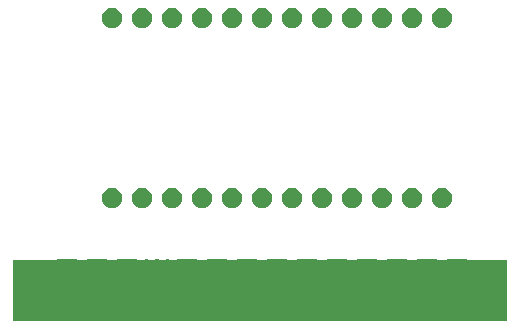
<source format=gbr>
G04 #@! TF.GenerationSoftware,KiCad,Pcbnew,(5.1.2-1)-1*
G04 #@! TF.CreationDate,2021-01-20T21:53:46-08:00*
G04 #@! TF.ProjectId,cart,63617274-2e6b-4696-9361-645f70636258,rev?*
G04 #@! TF.SameCoordinates,Original*
G04 #@! TF.FileFunction,Soldermask,Top*
G04 #@! TF.FilePolarity,Negative*
%FSLAX46Y46*%
G04 Gerber Fmt 4.6, Leading zero omitted, Abs format (unit mm)*
G04 Created by KiCad (PCBNEW (5.1.2-1)-1) date 2021-01-20 21:53:46*
%MOMM*%
%LPD*%
G04 APERTURE LIST*
%ADD10C,0.100000*%
G04 APERTURE END LIST*
D10*
G36*
X160401000Y-129667000D02*
G01*
X118618000Y-129667000D01*
X118618000Y-124650500D01*
X160401000Y-124650500D01*
X160401000Y-129667000D01*
G37*
X160401000Y-129667000D02*
X118618000Y-129667000D01*
X118618000Y-124650500D01*
X160401000Y-124650500D01*
X160401000Y-129667000D01*
G36*
X157060800Y-128669800D02*
G01*
X155359200Y-128669800D01*
X155359200Y-124568200D01*
X157060800Y-124568200D01*
X157060800Y-128669800D01*
X157060800Y-128669800D01*
G37*
G36*
X154520800Y-128669800D02*
G01*
X152819200Y-128669800D01*
X152819200Y-124568200D01*
X154520800Y-124568200D01*
X154520800Y-128669800D01*
X154520800Y-128669800D01*
G37*
G36*
X151980800Y-128669800D02*
G01*
X150279200Y-128669800D01*
X150279200Y-124568200D01*
X151980800Y-124568200D01*
X151980800Y-128669800D01*
X151980800Y-128669800D01*
G37*
G36*
X149440800Y-128669800D02*
G01*
X147739200Y-128669800D01*
X147739200Y-124568200D01*
X149440800Y-124568200D01*
X149440800Y-128669800D01*
X149440800Y-128669800D01*
G37*
G36*
X146900800Y-128669800D02*
G01*
X145199200Y-128669800D01*
X145199200Y-124568200D01*
X146900800Y-124568200D01*
X146900800Y-128669800D01*
X146900800Y-128669800D01*
G37*
G36*
X144360800Y-128669800D02*
G01*
X142659200Y-128669800D01*
X142659200Y-124568200D01*
X144360800Y-124568200D01*
X144360800Y-128669800D01*
X144360800Y-128669800D01*
G37*
G36*
X141820800Y-128669800D02*
G01*
X140119200Y-128669800D01*
X140119200Y-124568200D01*
X141820800Y-124568200D01*
X141820800Y-128669800D01*
X141820800Y-128669800D01*
G37*
G36*
X139280800Y-128669800D02*
G01*
X137579200Y-128669800D01*
X137579200Y-124568200D01*
X139280800Y-124568200D01*
X139280800Y-128669800D01*
X139280800Y-128669800D01*
G37*
G36*
X136740800Y-128669800D02*
G01*
X135039200Y-128669800D01*
X135039200Y-124568200D01*
X136740800Y-124568200D01*
X136740800Y-128669800D01*
X136740800Y-128669800D01*
G37*
G36*
X134200800Y-128669800D02*
G01*
X132499200Y-128669800D01*
X132499200Y-124568200D01*
X134200800Y-124568200D01*
X134200800Y-128669800D01*
X134200800Y-128669800D01*
G37*
G36*
X129120800Y-128669800D02*
G01*
X127419200Y-128669800D01*
X127419200Y-124568200D01*
X129120800Y-124568200D01*
X129120800Y-128669800D01*
X129120800Y-128669800D01*
G37*
G36*
X126580800Y-128669800D02*
G01*
X124879200Y-128669800D01*
X124879200Y-124568200D01*
X126580800Y-124568200D01*
X126580800Y-128669800D01*
X126580800Y-128669800D01*
G37*
G36*
X124040800Y-128669800D02*
G01*
X122339200Y-128669800D01*
X122339200Y-124568200D01*
X124040800Y-124568200D01*
X124040800Y-128669800D01*
X124040800Y-128669800D01*
G37*
G36*
X131768278Y-124544009D02*
G01*
X131787907Y-124547913D01*
X131815642Y-124559402D01*
X131843378Y-124570890D01*
X131892963Y-124604022D01*
X131893299Y-124604246D01*
X131935754Y-124646701D01*
X131935756Y-124646704D01*
X131969110Y-124696622D01*
X131992087Y-124752094D01*
X132003800Y-124810978D01*
X132003800Y-124871022D01*
X131992087Y-124929906D01*
X131969110Y-124985378D01*
X131935978Y-125034963D01*
X131935754Y-125035299D01*
X131893299Y-125077754D01*
X131893296Y-125077756D01*
X131843378Y-125111110D01*
X131815642Y-125122599D01*
X131787907Y-125134087D01*
X131768278Y-125137991D01*
X131729022Y-125145800D01*
X131668978Y-125145800D01*
X131629722Y-125137991D01*
X131610093Y-125134087D01*
X131582358Y-125122599D01*
X131554622Y-125111110D01*
X131504704Y-125077756D01*
X131504701Y-125077754D01*
X131462246Y-125035299D01*
X131462022Y-125034963D01*
X131428890Y-124985378D01*
X131405913Y-124929906D01*
X131394200Y-124871022D01*
X131394200Y-124810978D01*
X131405913Y-124752094D01*
X131428890Y-124696622D01*
X131462244Y-124646704D01*
X131462246Y-124646701D01*
X131504701Y-124604246D01*
X131505037Y-124604022D01*
X131554622Y-124570890D01*
X131582358Y-124559402D01*
X131610093Y-124547913D01*
X131629722Y-124544009D01*
X131668978Y-124536200D01*
X131729022Y-124536200D01*
X131768278Y-124544009D01*
X131768278Y-124544009D01*
G37*
G36*
X129990278Y-124544009D02*
G01*
X130009907Y-124547913D01*
X130037642Y-124559402D01*
X130065378Y-124570890D01*
X130114963Y-124604022D01*
X130115299Y-124604246D01*
X130157754Y-124646701D01*
X130157756Y-124646704D01*
X130191110Y-124696622D01*
X130214087Y-124752094D01*
X130225800Y-124810978D01*
X130225800Y-124871022D01*
X130214087Y-124929906D01*
X130191110Y-124985378D01*
X130157978Y-125034963D01*
X130157754Y-125035299D01*
X130115299Y-125077754D01*
X130115296Y-125077756D01*
X130065378Y-125111110D01*
X130037642Y-125122599D01*
X130009907Y-125134087D01*
X129990278Y-125137991D01*
X129951022Y-125145800D01*
X129890978Y-125145800D01*
X129851722Y-125137991D01*
X129832093Y-125134087D01*
X129804358Y-125122599D01*
X129776622Y-125111110D01*
X129726704Y-125077756D01*
X129726701Y-125077754D01*
X129684246Y-125035299D01*
X129684022Y-125034963D01*
X129650890Y-124985378D01*
X129627913Y-124929906D01*
X129616200Y-124871022D01*
X129616200Y-124810978D01*
X129627913Y-124752094D01*
X129650890Y-124696622D01*
X129684244Y-124646704D01*
X129684246Y-124646701D01*
X129726701Y-124604246D01*
X129727037Y-124604022D01*
X129776622Y-124570890D01*
X129804358Y-124559402D01*
X129832093Y-124547913D01*
X129851722Y-124544009D01*
X129890978Y-124536200D01*
X129951022Y-124536200D01*
X129990278Y-124544009D01*
X129990278Y-124544009D01*
G37*
G36*
X130879278Y-124544009D02*
G01*
X130898907Y-124547913D01*
X130926642Y-124559402D01*
X130954378Y-124570890D01*
X131003963Y-124604022D01*
X131004299Y-124604246D01*
X131046754Y-124646701D01*
X131046756Y-124646704D01*
X131080110Y-124696622D01*
X131103087Y-124752094D01*
X131114800Y-124810978D01*
X131114800Y-124871022D01*
X131103087Y-124929906D01*
X131080110Y-124985378D01*
X131046978Y-125034963D01*
X131046754Y-125035299D01*
X131004299Y-125077754D01*
X131004296Y-125077756D01*
X130954378Y-125111110D01*
X130926642Y-125122599D01*
X130898907Y-125134087D01*
X130879278Y-125137991D01*
X130840022Y-125145800D01*
X130779978Y-125145800D01*
X130740722Y-125137991D01*
X130721093Y-125134087D01*
X130693358Y-125122599D01*
X130665622Y-125111110D01*
X130615704Y-125077756D01*
X130615701Y-125077754D01*
X130573246Y-125035299D01*
X130573022Y-125034963D01*
X130539890Y-124985378D01*
X130516913Y-124929906D01*
X130505200Y-124871022D01*
X130505200Y-124810978D01*
X130516913Y-124752094D01*
X130539890Y-124696622D01*
X130573244Y-124646704D01*
X130573246Y-124646701D01*
X130615701Y-124604246D01*
X130616037Y-124604022D01*
X130665622Y-124570890D01*
X130693358Y-124559402D01*
X130721093Y-124547913D01*
X130740722Y-124544009D01*
X130779978Y-124536200D01*
X130840022Y-124536200D01*
X130879278Y-124544009D01*
X130879278Y-124544009D01*
G37*
G36*
X127248169Y-118561895D02*
G01*
X127403005Y-118626031D01*
X127542354Y-118719140D01*
X127660860Y-118837646D01*
X127753969Y-118976995D01*
X127818105Y-119131831D01*
X127850800Y-119296203D01*
X127850800Y-119463797D01*
X127818105Y-119628169D01*
X127753969Y-119783005D01*
X127660860Y-119922354D01*
X127542354Y-120040860D01*
X127403005Y-120133969D01*
X127248169Y-120198105D01*
X127083797Y-120230800D01*
X126916203Y-120230800D01*
X126751831Y-120198105D01*
X126596995Y-120133969D01*
X126457646Y-120040860D01*
X126339140Y-119922354D01*
X126246031Y-119783005D01*
X126181895Y-119628169D01*
X126149200Y-119463797D01*
X126149200Y-119296203D01*
X126181895Y-119131831D01*
X126246031Y-118976995D01*
X126339140Y-118837646D01*
X126457646Y-118719140D01*
X126596995Y-118626031D01*
X126751831Y-118561895D01*
X126916203Y-118529200D01*
X127083797Y-118529200D01*
X127248169Y-118561895D01*
X127248169Y-118561895D01*
G37*
G36*
X129788169Y-118561895D02*
G01*
X129943005Y-118626031D01*
X130082354Y-118719140D01*
X130200860Y-118837646D01*
X130293969Y-118976995D01*
X130358105Y-119131831D01*
X130390800Y-119296203D01*
X130390800Y-119463797D01*
X130358105Y-119628169D01*
X130293969Y-119783005D01*
X130200860Y-119922354D01*
X130082354Y-120040860D01*
X129943005Y-120133969D01*
X129788169Y-120198105D01*
X129623797Y-120230800D01*
X129456203Y-120230800D01*
X129291831Y-120198105D01*
X129136995Y-120133969D01*
X128997646Y-120040860D01*
X128879140Y-119922354D01*
X128786031Y-119783005D01*
X128721895Y-119628169D01*
X128689200Y-119463797D01*
X128689200Y-119296203D01*
X128721895Y-119131831D01*
X128786031Y-118976995D01*
X128879140Y-118837646D01*
X128997646Y-118719140D01*
X129136995Y-118626031D01*
X129291831Y-118561895D01*
X129456203Y-118529200D01*
X129623797Y-118529200D01*
X129788169Y-118561895D01*
X129788169Y-118561895D01*
G37*
G36*
X132328169Y-118561895D02*
G01*
X132483005Y-118626031D01*
X132622354Y-118719140D01*
X132740860Y-118837646D01*
X132833969Y-118976995D01*
X132898105Y-119131831D01*
X132930800Y-119296203D01*
X132930800Y-119463797D01*
X132898105Y-119628169D01*
X132833969Y-119783005D01*
X132740860Y-119922354D01*
X132622354Y-120040860D01*
X132483005Y-120133969D01*
X132328169Y-120198105D01*
X132163797Y-120230800D01*
X131996203Y-120230800D01*
X131831831Y-120198105D01*
X131676995Y-120133969D01*
X131537646Y-120040860D01*
X131419140Y-119922354D01*
X131326031Y-119783005D01*
X131261895Y-119628169D01*
X131229200Y-119463797D01*
X131229200Y-119296203D01*
X131261895Y-119131831D01*
X131326031Y-118976995D01*
X131419140Y-118837646D01*
X131537646Y-118719140D01*
X131676995Y-118626031D01*
X131831831Y-118561895D01*
X131996203Y-118529200D01*
X132163797Y-118529200D01*
X132328169Y-118561895D01*
X132328169Y-118561895D01*
G37*
G36*
X134868169Y-118561895D02*
G01*
X135023005Y-118626031D01*
X135162354Y-118719140D01*
X135280860Y-118837646D01*
X135373969Y-118976995D01*
X135438105Y-119131831D01*
X135470800Y-119296203D01*
X135470800Y-119463797D01*
X135438105Y-119628169D01*
X135373969Y-119783005D01*
X135280860Y-119922354D01*
X135162354Y-120040860D01*
X135023005Y-120133969D01*
X134868169Y-120198105D01*
X134703797Y-120230800D01*
X134536203Y-120230800D01*
X134371831Y-120198105D01*
X134216995Y-120133969D01*
X134077646Y-120040860D01*
X133959140Y-119922354D01*
X133866031Y-119783005D01*
X133801895Y-119628169D01*
X133769200Y-119463797D01*
X133769200Y-119296203D01*
X133801895Y-119131831D01*
X133866031Y-118976995D01*
X133959140Y-118837646D01*
X134077646Y-118719140D01*
X134216995Y-118626031D01*
X134371831Y-118561895D01*
X134536203Y-118529200D01*
X134703797Y-118529200D01*
X134868169Y-118561895D01*
X134868169Y-118561895D01*
G37*
G36*
X137408169Y-118561895D02*
G01*
X137563005Y-118626031D01*
X137702354Y-118719140D01*
X137820860Y-118837646D01*
X137913969Y-118976995D01*
X137978105Y-119131831D01*
X138010800Y-119296203D01*
X138010800Y-119463797D01*
X137978105Y-119628169D01*
X137913969Y-119783005D01*
X137820860Y-119922354D01*
X137702354Y-120040860D01*
X137563005Y-120133969D01*
X137408169Y-120198105D01*
X137243797Y-120230800D01*
X137076203Y-120230800D01*
X136911831Y-120198105D01*
X136756995Y-120133969D01*
X136617646Y-120040860D01*
X136499140Y-119922354D01*
X136406031Y-119783005D01*
X136341895Y-119628169D01*
X136309200Y-119463797D01*
X136309200Y-119296203D01*
X136341895Y-119131831D01*
X136406031Y-118976995D01*
X136499140Y-118837646D01*
X136617646Y-118719140D01*
X136756995Y-118626031D01*
X136911831Y-118561895D01*
X137076203Y-118529200D01*
X137243797Y-118529200D01*
X137408169Y-118561895D01*
X137408169Y-118561895D01*
G37*
G36*
X139948169Y-118561895D02*
G01*
X140103005Y-118626031D01*
X140242354Y-118719140D01*
X140360860Y-118837646D01*
X140453969Y-118976995D01*
X140518105Y-119131831D01*
X140550800Y-119296203D01*
X140550800Y-119463797D01*
X140518105Y-119628169D01*
X140453969Y-119783005D01*
X140360860Y-119922354D01*
X140242354Y-120040860D01*
X140103005Y-120133969D01*
X139948169Y-120198105D01*
X139783797Y-120230800D01*
X139616203Y-120230800D01*
X139451831Y-120198105D01*
X139296995Y-120133969D01*
X139157646Y-120040860D01*
X139039140Y-119922354D01*
X138946031Y-119783005D01*
X138881895Y-119628169D01*
X138849200Y-119463797D01*
X138849200Y-119296203D01*
X138881895Y-119131831D01*
X138946031Y-118976995D01*
X139039140Y-118837646D01*
X139157646Y-118719140D01*
X139296995Y-118626031D01*
X139451831Y-118561895D01*
X139616203Y-118529200D01*
X139783797Y-118529200D01*
X139948169Y-118561895D01*
X139948169Y-118561895D01*
G37*
G36*
X142488169Y-118561895D02*
G01*
X142643005Y-118626031D01*
X142782354Y-118719140D01*
X142900860Y-118837646D01*
X142993969Y-118976995D01*
X143058105Y-119131831D01*
X143090800Y-119296203D01*
X143090800Y-119463797D01*
X143058105Y-119628169D01*
X142993969Y-119783005D01*
X142900860Y-119922354D01*
X142782354Y-120040860D01*
X142643005Y-120133969D01*
X142488169Y-120198105D01*
X142323797Y-120230800D01*
X142156203Y-120230800D01*
X141991831Y-120198105D01*
X141836995Y-120133969D01*
X141697646Y-120040860D01*
X141579140Y-119922354D01*
X141486031Y-119783005D01*
X141421895Y-119628169D01*
X141389200Y-119463797D01*
X141389200Y-119296203D01*
X141421895Y-119131831D01*
X141486031Y-118976995D01*
X141579140Y-118837646D01*
X141697646Y-118719140D01*
X141836995Y-118626031D01*
X141991831Y-118561895D01*
X142156203Y-118529200D01*
X142323797Y-118529200D01*
X142488169Y-118561895D01*
X142488169Y-118561895D01*
G37*
G36*
X145028169Y-118561895D02*
G01*
X145183005Y-118626031D01*
X145322354Y-118719140D01*
X145440860Y-118837646D01*
X145533969Y-118976995D01*
X145598105Y-119131831D01*
X145630800Y-119296203D01*
X145630800Y-119463797D01*
X145598105Y-119628169D01*
X145533969Y-119783005D01*
X145440860Y-119922354D01*
X145322354Y-120040860D01*
X145183005Y-120133969D01*
X145028169Y-120198105D01*
X144863797Y-120230800D01*
X144696203Y-120230800D01*
X144531831Y-120198105D01*
X144376995Y-120133969D01*
X144237646Y-120040860D01*
X144119140Y-119922354D01*
X144026031Y-119783005D01*
X143961895Y-119628169D01*
X143929200Y-119463797D01*
X143929200Y-119296203D01*
X143961895Y-119131831D01*
X144026031Y-118976995D01*
X144119140Y-118837646D01*
X144237646Y-118719140D01*
X144376995Y-118626031D01*
X144531831Y-118561895D01*
X144696203Y-118529200D01*
X144863797Y-118529200D01*
X145028169Y-118561895D01*
X145028169Y-118561895D01*
G37*
G36*
X147568169Y-118561895D02*
G01*
X147723005Y-118626031D01*
X147862354Y-118719140D01*
X147980860Y-118837646D01*
X148073969Y-118976995D01*
X148138105Y-119131831D01*
X148170800Y-119296203D01*
X148170800Y-119463797D01*
X148138105Y-119628169D01*
X148073969Y-119783005D01*
X147980860Y-119922354D01*
X147862354Y-120040860D01*
X147723005Y-120133969D01*
X147568169Y-120198105D01*
X147403797Y-120230800D01*
X147236203Y-120230800D01*
X147071831Y-120198105D01*
X146916995Y-120133969D01*
X146777646Y-120040860D01*
X146659140Y-119922354D01*
X146566031Y-119783005D01*
X146501895Y-119628169D01*
X146469200Y-119463797D01*
X146469200Y-119296203D01*
X146501895Y-119131831D01*
X146566031Y-118976995D01*
X146659140Y-118837646D01*
X146777646Y-118719140D01*
X146916995Y-118626031D01*
X147071831Y-118561895D01*
X147236203Y-118529200D01*
X147403797Y-118529200D01*
X147568169Y-118561895D01*
X147568169Y-118561895D01*
G37*
G36*
X150108169Y-118561895D02*
G01*
X150263005Y-118626031D01*
X150402354Y-118719140D01*
X150520860Y-118837646D01*
X150613969Y-118976995D01*
X150678105Y-119131831D01*
X150710800Y-119296203D01*
X150710800Y-119463797D01*
X150678105Y-119628169D01*
X150613969Y-119783005D01*
X150520860Y-119922354D01*
X150402354Y-120040860D01*
X150263005Y-120133969D01*
X150108169Y-120198105D01*
X149943797Y-120230800D01*
X149776203Y-120230800D01*
X149611831Y-120198105D01*
X149456995Y-120133969D01*
X149317646Y-120040860D01*
X149199140Y-119922354D01*
X149106031Y-119783005D01*
X149041895Y-119628169D01*
X149009200Y-119463797D01*
X149009200Y-119296203D01*
X149041895Y-119131831D01*
X149106031Y-118976995D01*
X149199140Y-118837646D01*
X149317646Y-118719140D01*
X149456995Y-118626031D01*
X149611831Y-118561895D01*
X149776203Y-118529200D01*
X149943797Y-118529200D01*
X150108169Y-118561895D01*
X150108169Y-118561895D01*
G37*
G36*
X152648169Y-118561895D02*
G01*
X152803005Y-118626031D01*
X152942354Y-118719140D01*
X153060860Y-118837646D01*
X153153969Y-118976995D01*
X153218105Y-119131831D01*
X153250800Y-119296203D01*
X153250800Y-119463797D01*
X153218105Y-119628169D01*
X153153969Y-119783005D01*
X153060860Y-119922354D01*
X152942354Y-120040860D01*
X152803005Y-120133969D01*
X152648169Y-120198105D01*
X152483797Y-120230800D01*
X152316203Y-120230800D01*
X152151831Y-120198105D01*
X151996995Y-120133969D01*
X151857646Y-120040860D01*
X151739140Y-119922354D01*
X151646031Y-119783005D01*
X151581895Y-119628169D01*
X151549200Y-119463797D01*
X151549200Y-119296203D01*
X151581895Y-119131831D01*
X151646031Y-118976995D01*
X151739140Y-118837646D01*
X151857646Y-118719140D01*
X151996995Y-118626031D01*
X152151831Y-118561895D01*
X152316203Y-118529200D01*
X152483797Y-118529200D01*
X152648169Y-118561895D01*
X152648169Y-118561895D01*
G37*
G36*
X155188169Y-118561895D02*
G01*
X155343005Y-118626031D01*
X155482354Y-118719140D01*
X155600860Y-118837646D01*
X155693969Y-118976995D01*
X155758105Y-119131831D01*
X155790800Y-119296203D01*
X155790800Y-119463797D01*
X155758105Y-119628169D01*
X155693969Y-119783005D01*
X155600860Y-119922354D01*
X155482354Y-120040860D01*
X155343005Y-120133969D01*
X155188169Y-120198105D01*
X155023797Y-120230800D01*
X154856203Y-120230800D01*
X154691831Y-120198105D01*
X154536995Y-120133969D01*
X154397646Y-120040860D01*
X154279140Y-119922354D01*
X154186031Y-119783005D01*
X154121895Y-119628169D01*
X154089200Y-119463797D01*
X154089200Y-119296203D01*
X154121895Y-119131831D01*
X154186031Y-118976995D01*
X154279140Y-118837646D01*
X154397646Y-118719140D01*
X154536995Y-118626031D01*
X154691831Y-118561895D01*
X154856203Y-118529200D01*
X155023797Y-118529200D01*
X155188169Y-118561895D01*
X155188169Y-118561895D01*
G37*
G36*
X142488169Y-103321895D02*
G01*
X142643005Y-103386031D01*
X142782354Y-103479140D01*
X142900860Y-103597646D01*
X142993969Y-103736995D01*
X143058105Y-103891831D01*
X143090800Y-104056203D01*
X143090800Y-104223797D01*
X143058105Y-104388169D01*
X142993969Y-104543005D01*
X142900860Y-104682354D01*
X142782354Y-104800860D01*
X142643005Y-104893969D01*
X142488169Y-104958105D01*
X142323797Y-104990800D01*
X142156203Y-104990800D01*
X141991831Y-104958105D01*
X141836995Y-104893969D01*
X141697646Y-104800860D01*
X141579140Y-104682354D01*
X141486031Y-104543005D01*
X141421895Y-104388169D01*
X141389200Y-104223797D01*
X141389200Y-104056203D01*
X141421895Y-103891831D01*
X141486031Y-103736995D01*
X141579140Y-103597646D01*
X141697646Y-103479140D01*
X141836995Y-103386031D01*
X141991831Y-103321895D01*
X142156203Y-103289200D01*
X142323797Y-103289200D01*
X142488169Y-103321895D01*
X142488169Y-103321895D01*
G37*
G36*
X129788169Y-103321895D02*
G01*
X129943005Y-103386031D01*
X130082354Y-103479140D01*
X130200860Y-103597646D01*
X130293969Y-103736995D01*
X130358105Y-103891831D01*
X130390800Y-104056203D01*
X130390800Y-104223797D01*
X130358105Y-104388169D01*
X130293969Y-104543005D01*
X130200860Y-104682354D01*
X130082354Y-104800860D01*
X129943005Y-104893969D01*
X129788169Y-104958105D01*
X129623797Y-104990800D01*
X129456203Y-104990800D01*
X129291831Y-104958105D01*
X129136995Y-104893969D01*
X128997646Y-104800860D01*
X128879140Y-104682354D01*
X128786031Y-104543005D01*
X128721895Y-104388169D01*
X128689200Y-104223797D01*
X128689200Y-104056203D01*
X128721895Y-103891831D01*
X128786031Y-103736995D01*
X128879140Y-103597646D01*
X128997646Y-103479140D01*
X129136995Y-103386031D01*
X129291831Y-103321895D01*
X129456203Y-103289200D01*
X129623797Y-103289200D01*
X129788169Y-103321895D01*
X129788169Y-103321895D01*
G37*
G36*
X132328169Y-103321895D02*
G01*
X132483005Y-103386031D01*
X132622354Y-103479140D01*
X132740860Y-103597646D01*
X132833969Y-103736995D01*
X132898105Y-103891831D01*
X132930800Y-104056203D01*
X132930800Y-104223797D01*
X132898105Y-104388169D01*
X132833969Y-104543005D01*
X132740860Y-104682354D01*
X132622354Y-104800860D01*
X132483005Y-104893969D01*
X132328169Y-104958105D01*
X132163797Y-104990800D01*
X131996203Y-104990800D01*
X131831831Y-104958105D01*
X131676995Y-104893969D01*
X131537646Y-104800860D01*
X131419140Y-104682354D01*
X131326031Y-104543005D01*
X131261895Y-104388169D01*
X131229200Y-104223797D01*
X131229200Y-104056203D01*
X131261895Y-103891831D01*
X131326031Y-103736995D01*
X131419140Y-103597646D01*
X131537646Y-103479140D01*
X131676995Y-103386031D01*
X131831831Y-103321895D01*
X131996203Y-103289200D01*
X132163797Y-103289200D01*
X132328169Y-103321895D01*
X132328169Y-103321895D01*
G37*
G36*
X134868169Y-103321895D02*
G01*
X135023005Y-103386031D01*
X135162354Y-103479140D01*
X135280860Y-103597646D01*
X135373969Y-103736995D01*
X135438105Y-103891831D01*
X135470800Y-104056203D01*
X135470800Y-104223797D01*
X135438105Y-104388169D01*
X135373969Y-104543005D01*
X135280860Y-104682354D01*
X135162354Y-104800860D01*
X135023005Y-104893969D01*
X134868169Y-104958105D01*
X134703797Y-104990800D01*
X134536203Y-104990800D01*
X134371831Y-104958105D01*
X134216995Y-104893969D01*
X134077646Y-104800860D01*
X133959140Y-104682354D01*
X133866031Y-104543005D01*
X133801895Y-104388169D01*
X133769200Y-104223797D01*
X133769200Y-104056203D01*
X133801895Y-103891831D01*
X133866031Y-103736995D01*
X133959140Y-103597646D01*
X134077646Y-103479140D01*
X134216995Y-103386031D01*
X134371831Y-103321895D01*
X134536203Y-103289200D01*
X134703797Y-103289200D01*
X134868169Y-103321895D01*
X134868169Y-103321895D01*
G37*
G36*
X137408169Y-103321895D02*
G01*
X137563005Y-103386031D01*
X137702354Y-103479140D01*
X137820860Y-103597646D01*
X137913969Y-103736995D01*
X137978105Y-103891831D01*
X138010800Y-104056203D01*
X138010800Y-104223797D01*
X137978105Y-104388169D01*
X137913969Y-104543005D01*
X137820860Y-104682354D01*
X137702354Y-104800860D01*
X137563005Y-104893969D01*
X137408169Y-104958105D01*
X137243797Y-104990800D01*
X137076203Y-104990800D01*
X136911831Y-104958105D01*
X136756995Y-104893969D01*
X136617646Y-104800860D01*
X136499140Y-104682354D01*
X136406031Y-104543005D01*
X136341895Y-104388169D01*
X136309200Y-104223797D01*
X136309200Y-104056203D01*
X136341895Y-103891831D01*
X136406031Y-103736995D01*
X136499140Y-103597646D01*
X136617646Y-103479140D01*
X136756995Y-103386031D01*
X136911831Y-103321895D01*
X137076203Y-103289200D01*
X137243797Y-103289200D01*
X137408169Y-103321895D01*
X137408169Y-103321895D01*
G37*
G36*
X139948169Y-103321895D02*
G01*
X140103005Y-103386031D01*
X140242354Y-103479140D01*
X140360860Y-103597646D01*
X140453969Y-103736995D01*
X140518105Y-103891831D01*
X140550800Y-104056203D01*
X140550800Y-104223797D01*
X140518105Y-104388169D01*
X140453969Y-104543005D01*
X140360860Y-104682354D01*
X140242354Y-104800860D01*
X140103005Y-104893969D01*
X139948169Y-104958105D01*
X139783797Y-104990800D01*
X139616203Y-104990800D01*
X139451831Y-104958105D01*
X139296995Y-104893969D01*
X139157646Y-104800860D01*
X139039140Y-104682354D01*
X138946031Y-104543005D01*
X138881895Y-104388169D01*
X138849200Y-104223797D01*
X138849200Y-104056203D01*
X138881895Y-103891831D01*
X138946031Y-103736995D01*
X139039140Y-103597646D01*
X139157646Y-103479140D01*
X139296995Y-103386031D01*
X139451831Y-103321895D01*
X139616203Y-103289200D01*
X139783797Y-103289200D01*
X139948169Y-103321895D01*
X139948169Y-103321895D01*
G37*
G36*
X145028169Y-103321895D02*
G01*
X145183005Y-103386031D01*
X145322354Y-103479140D01*
X145440860Y-103597646D01*
X145533969Y-103736995D01*
X145598105Y-103891831D01*
X145630800Y-104056203D01*
X145630800Y-104223797D01*
X145598105Y-104388169D01*
X145533969Y-104543005D01*
X145440860Y-104682354D01*
X145322354Y-104800860D01*
X145183005Y-104893969D01*
X145028169Y-104958105D01*
X144863797Y-104990800D01*
X144696203Y-104990800D01*
X144531831Y-104958105D01*
X144376995Y-104893969D01*
X144237646Y-104800860D01*
X144119140Y-104682354D01*
X144026031Y-104543005D01*
X143961895Y-104388169D01*
X143929200Y-104223797D01*
X143929200Y-104056203D01*
X143961895Y-103891831D01*
X144026031Y-103736995D01*
X144119140Y-103597646D01*
X144237646Y-103479140D01*
X144376995Y-103386031D01*
X144531831Y-103321895D01*
X144696203Y-103289200D01*
X144863797Y-103289200D01*
X145028169Y-103321895D01*
X145028169Y-103321895D01*
G37*
G36*
X147568169Y-103321895D02*
G01*
X147723005Y-103386031D01*
X147862354Y-103479140D01*
X147980860Y-103597646D01*
X148073969Y-103736995D01*
X148138105Y-103891831D01*
X148170800Y-104056203D01*
X148170800Y-104223797D01*
X148138105Y-104388169D01*
X148073969Y-104543005D01*
X147980860Y-104682354D01*
X147862354Y-104800860D01*
X147723005Y-104893969D01*
X147568169Y-104958105D01*
X147403797Y-104990800D01*
X147236203Y-104990800D01*
X147071831Y-104958105D01*
X146916995Y-104893969D01*
X146777646Y-104800860D01*
X146659140Y-104682354D01*
X146566031Y-104543005D01*
X146501895Y-104388169D01*
X146469200Y-104223797D01*
X146469200Y-104056203D01*
X146501895Y-103891831D01*
X146566031Y-103736995D01*
X146659140Y-103597646D01*
X146777646Y-103479140D01*
X146916995Y-103386031D01*
X147071831Y-103321895D01*
X147236203Y-103289200D01*
X147403797Y-103289200D01*
X147568169Y-103321895D01*
X147568169Y-103321895D01*
G37*
G36*
X150108169Y-103321895D02*
G01*
X150263005Y-103386031D01*
X150402354Y-103479140D01*
X150520860Y-103597646D01*
X150613969Y-103736995D01*
X150678105Y-103891831D01*
X150710800Y-104056203D01*
X150710800Y-104223797D01*
X150678105Y-104388169D01*
X150613969Y-104543005D01*
X150520860Y-104682354D01*
X150402354Y-104800860D01*
X150263005Y-104893969D01*
X150108169Y-104958105D01*
X149943797Y-104990800D01*
X149776203Y-104990800D01*
X149611831Y-104958105D01*
X149456995Y-104893969D01*
X149317646Y-104800860D01*
X149199140Y-104682354D01*
X149106031Y-104543005D01*
X149041895Y-104388169D01*
X149009200Y-104223797D01*
X149009200Y-104056203D01*
X149041895Y-103891831D01*
X149106031Y-103736995D01*
X149199140Y-103597646D01*
X149317646Y-103479140D01*
X149456995Y-103386031D01*
X149611831Y-103321895D01*
X149776203Y-103289200D01*
X149943797Y-103289200D01*
X150108169Y-103321895D01*
X150108169Y-103321895D01*
G37*
G36*
X152648169Y-103321895D02*
G01*
X152803005Y-103386031D01*
X152942354Y-103479140D01*
X153060860Y-103597646D01*
X153153969Y-103736995D01*
X153218105Y-103891831D01*
X153250800Y-104056203D01*
X153250800Y-104223797D01*
X153218105Y-104388169D01*
X153153969Y-104543005D01*
X153060860Y-104682354D01*
X152942354Y-104800860D01*
X152803005Y-104893969D01*
X152648169Y-104958105D01*
X152483797Y-104990800D01*
X152316203Y-104990800D01*
X152151831Y-104958105D01*
X151996995Y-104893969D01*
X151857646Y-104800860D01*
X151739140Y-104682354D01*
X151646031Y-104543005D01*
X151581895Y-104388169D01*
X151549200Y-104223797D01*
X151549200Y-104056203D01*
X151581895Y-103891831D01*
X151646031Y-103736995D01*
X151739140Y-103597646D01*
X151857646Y-103479140D01*
X151996995Y-103386031D01*
X152151831Y-103321895D01*
X152316203Y-103289200D01*
X152483797Y-103289200D01*
X152648169Y-103321895D01*
X152648169Y-103321895D01*
G37*
G36*
X155188169Y-103321895D02*
G01*
X155343005Y-103386031D01*
X155482354Y-103479140D01*
X155600860Y-103597646D01*
X155693969Y-103736995D01*
X155758105Y-103891831D01*
X155790800Y-104056203D01*
X155790800Y-104223797D01*
X155758105Y-104388169D01*
X155693969Y-104543005D01*
X155600860Y-104682354D01*
X155482354Y-104800860D01*
X155343005Y-104893969D01*
X155188169Y-104958105D01*
X155023797Y-104990800D01*
X154856203Y-104990800D01*
X154691831Y-104958105D01*
X154536995Y-104893969D01*
X154397646Y-104800860D01*
X154279140Y-104682354D01*
X154186031Y-104543005D01*
X154121895Y-104388169D01*
X154089200Y-104223797D01*
X154089200Y-104056203D01*
X154121895Y-103891831D01*
X154186031Y-103736995D01*
X154279140Y-103597646D01*
X154397646Y-103479140D01*
X154536995Y-103386031D01*
X154691831Y-103321895D01*
X154856203Y-103289200D01*
X155023797Y-103289200D01*
X155188169Y-103321895D01*
X155188169Y-103321895D01*
G37*
G36*
X127248169Y-103321895D02*
G01*
X127403005Y-103386031D01*
X127542354Y-103479140D01*
X127660860Y-103597646D01*
X127753969Y-103736995D01*
X127818105Y-103891831D01*
X127850800Y-104056203D01*
X127850800Y-104223797D01*
X127818105Y-104388169D01*
X127753969Y-104543005D01*
X127660860Y-104682354D01*
X127542354Y-104800860D01*
X127403005Y-104893969D01*
X127248169Y-104958105D01*
X127083797Y-104990800D01*
X126916203Y-104990800D01*
X126751831Y-104958105D01*
X126596995Y-104893969D01*
X126457646Y-104800860D01*
X126339140Y-104682354D01*
X126246031Y-104543005D01*
X126181895Y-104388169D01*
X126149200Y-104223797D01*
X126149200Y-104056203D01*
X126181895Y-103891831D01*
X126246031Y-103736995D01*
X126339140Y-103597646D01*
X126457646Y-103479140D01*
X126596995Y-103386031D01*
X126751831Y-103321895D01*
X126916203Y-103289200D01*
X127083797Y-103289200D01*
X127248169Y-103321895D01*
X127248169Y-103321895D01*
G37*
M02*

</source>
